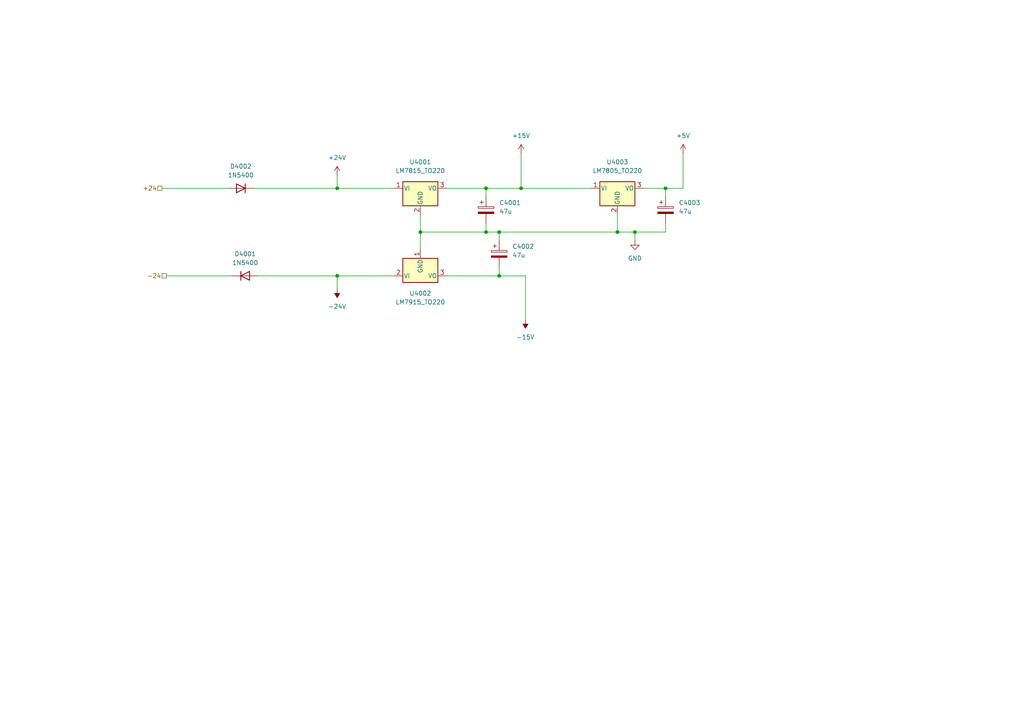
<source format=kicad_sch>
(kicad_sch (version 20231120) (generator "eeschema") (generator_version "8.0")
  (paper "A4")
  (lib_symbols
    (symbol "Device:C_Polarized" (pin_numbers hide) (pin_names (offset 0.254))
      (property "Reference" "C" (at 0.635 2.54 0))
      (property "Value" "C_Polarized" (at 0.635 -2.54 0))
      (symbol "C_Polarized_0_1"
        (rectangle (start -2.286 0.508) (end 2.286 1.016))
        (polyline (pts (xy -1.778 2.286) (xy -0.762 2.286)))
        (polyline (pts (xy -1.27 2.794) (xy -1.27 1.778)))
        (rectangle (start 2.286 -0.508) (end -2.286 -1.016) (fill (type outline)))
      )
      (symbol "C_Polarized_1_1"
        (pin passive line (at 0 3.81 270) (length 2.794) (name "~") (number "1"))
        (pin passive line (at 0 -3.81 90) (length 2.794) (name "~") (number "2"))
      )
    )
    (symbol "Diode:1N5400" (pin_numbers hide) (pin_names hide)
      (property "Reference" "D" (at 0 2.54 0))
      (property "Value" "1N5400" (at 0 -2.54 0))
      (symbol "1N5400_0_1"
        (polyline (pts (xy -1.27 1.27) (xy -1.27 -1.27)) (stroke (width 0.254)))
        (polyline (pts (xy 1.27 0) (xy -1.27 0)))
        (polyline (pts (xy 1.27 1.27) (xy 1.27 -1.27) (xy -1.27 0) (xy 1.27 1.27)) (stroke (width 0.254)))
      )
      (symbol "1N5400_1_1"
        (pin passive line (at -3.81 0 0) (length 2.54) (name "K") (number "1"))
        (pin passive line (at 3.81 0 180) (length 2.54) (name "A") (number "2"))
      )
    )
    (symbol "Regulator_Linear:LM7805_TO220" (pin_names (offset 0.254))
      (property "Reference" "U" (at -3.81 3.175 0))
      (property "Value" "LM7805_TO220" (at 0 3.175 0))
      (symbol "LM7805_TO220_0_1"
        (rectangle (start -5.08 1.905) (end 5.08 -5.08) (stroke (width 0.254)) (fill (type background)))
      )
      (symbol "LM7805_TO220_1_1"
        (pin power_in line (at -7.62 0 0) (length 2.54) (name "VI") (number "1"))
        (pin power_in line (at 0 -7.62 90) (length 2.54) (name "GND") (number "2"))
        (pin power_out line (at 7.62 0 180) (length 2.54) (name "VO") (number "3"))
      )
    )
    (symbol "Regulator_Linear:LM7815_TO220" (pin_names (offset 0.254))
      (property "Reference" "U" (at -3.81 3.175 0))
      (property "Value" "LM7815_TO220" (at 0 3.175 0))
      (symbol "LM7815_TO220_0_1"
        (rectangle (start -5.08 1.905) (end 5.08 -5.08) (stroke (width 0.254)) (fill (type background)))
      )
      (symbol "LM7815_TO220_1_1"
        (pin power_in line (at -7.62 0 0) (length 2.54) (name "VI") (number "1"))
        (pin power_in line (at 0 -7.62 90) (length 2.54) (name "GND") (number "2"))
        (pin power_out line (at 7.62 0 180) (length 2.54) (name "VO") (number "3"))
      )
    )
    (symbol "Regulator_Linear:LM7915_TO220" (pin_names (offset 0.254))
      (property "Reference" "U" (at -3.81 -3.175 0))
      (property "Value" "LM7915_TO220" (at 0 -3.175 0))
      (symbol "LM7915_TO220_0_1"
        (rectangle (start -5.08 5.08) (end 5.08 -1.905) (stroke (width 0.254)) (fill (type background)))
      )
      (symbol "LM7915_TO220_1_1"
        (pin power_in line (at 0 7.62 270) (length 2.54) (name "GND") (number "1"))
        (pin power_in line (at -7.62 0 0) (length 2.54) (name "VI") (number "2"))
        (pin power_out line (at 7.62 0 180) (length 2.54) (name "VO") (number "3"))
      )
    )
    (symbol "power:+15V" (power) (pin_names (offset 0))
      (property "Value" "+15V" (at 0 3.556 0))
      (symbol "+15V_0_1"
        (polyline (pts (xy -0.762 1.27) (xy 0 2.54)))
        (polyline (pts (xy 0 0) (xy 0 2.54)))
        (polyline (pts (xy 0 2.54) (xy 0.762 1.27)))
      )
      (symbol "+15V_1_1"
        (pin power_in line (at 0 0 90) (length 0) hide (name "+15V") (number "1"))
      )
    )
    (symbol "power:+24V" (power) (pin_names (offset 0))
      (property "Value" "+24V" (at 0 3.556 0))
      (symbol "+24V_0_1"
        (polyline (pts (xy -0.762 1.27) (xy 0 2.54)))
        (polyline (pts (xy 0 0) (xy 0 2.54)))
        (polyline (pts (xy 0 2.54) (xy 0.762 1.27)))
      )
      (symbol "+24V_1_1"
        (pin power_in line (at 0 0 90) (length 0) hide (name "+24V") (number "1"))
      )
    )
    (symbol "power:+5V" (power) (pin_names (offset 0))
      (property "Value" "+5V" (at 0 3.556 0))
      (symbol "+5V_0_1"
        (polyline (pts (xy -0.762 1.27) (xy 0 2.54)))
        (polyline (pts (xy 0 0) (xy 0 2.54)))
        (polyline (pts (xy 0 2.54) (xy 0.762 1.27)))
      )
      (symbol "+5V_1_1"
        (pin power_in line (at 0 0 90) (length 0) hide (name "+5V") (number "1"))
      )
    )
    (symbol "power:-15V" (power) (pin_names (offset 0))
      (property "Value" "-15V" (at 0 3.81 0))
      (symbol "-15V_0_0"
        (pin power_in line (at 0 0 90) (length 0) hide (name "-15V") (number "1"))
      )
      (symbol "-15V_0_1"
        (polyline (pts (xy 0 0) (xy 0 1.27) (xy 0.762 1.27) (xy 0 2.54) (xy -0.762 1.27) (xy 0 1.27)) (fill (type outline)))
      )
    )
    (symbol "power:-24V" (power) (pin_names (offset 0))
      (property "Value" "-24V" (at 0 3.81 0))
      (symbol "-24V_0_0"
        (pin power_in line (at 0 0 90) (length 0) hide (name "-24V") (number "1"))
      )
      (symbol "-24V_0_1"
        (polyline (pts (xy 0 0) (xy 0 1.27) (xy 0.762 1.27) (xy 0 2.54) (xy -0.762 1.27) (xy 0 1.27)) (fill (type outline)))
      )
    )
    (symbol "power:GND" (power) (pin_names (offset 0))
      (property "Value" "GND" (at 0 -3.81 0))
      (symbol "GND_0_1"
        (polyline (pts (xy 0 0) (xy 0 -1.27) (xy 1.27 -1.27) (xy 0 -2.54) (xy -1.27 -1.27) (xy 0 -1.27)))
      )
      (symbol "GND_1_1"
        (pin power_in line (at 0 0 270) (length 0) hide (name "GND") (number "1"))
      )
    )
  )
  (junction (at 193.04 54.61))
  (junction (at 184.15 67.31))
  (junction (at 140.97 54.61))
  (junction (at 144.78 80.01))
  (junction (at 144.78 67.31))
  (junction (at 97.79 54.61))
  (junction (at 97.79 80.01))
  (junction (at 140.97 67.31))
  (junction (at 151.13 54.61))
  (junction (at 121.92 67.31))
  (junction (at 179.07 67.31))
  (wire (pts (xy 151.13 54.61) (xy 171.45 54.61)))
  (wire (pts (xy 198.12 44.45) (xy 198.12 54.61)))
  (wire (pts (xy 140.97 54.61) (xy 140.97 57.15)))
  (wire (pts (xy 186.69 54.61) (xy 193.04 54.61)))
  (wire (pts (xy 184.15 67.31) (xy 193.04 67.31)))
  (wire (pts (xy 97.79 54.61) (xy 114.3 54.61)))
  (wire (pts (xy 97.79 80.01) (xy 114.3 80.01)))
  (wire (pts (xy 97.79 50.8) (xy 97.79 54.61)))
  (wire (pts (xy 48.26 80.01) (xy 67.31 80.01)))
  (wire (pts (xy 179.07 67.31) (xy 184.15 67.31)))
  (wire (pts (xy 184.15 67.31) (xy 184.15 69.85)))
  (wire (pts (xy 144.78 67.31) (xy 179.07 67.31)))
  (wire (pts (xy 144.78 67.31) (xy 144.78 69.85)))
  (wire (pts (xy 193.04 54.61) (xy 193.04 57.15)))
  (wire (pts (xy 140.97 64.77) (xy 140.97 67.31)))
  (wire (pts (xy 73.66 54.61) (xy 97.79 54.61)))
  (wire (pts (xy 74.93 80.01) (xy 97.79 80.01)))
  (wire (pts (xy 129.54 80.01) (xy 144.78 80.01)))
  (wire (pts (xy 193.04 54.61) (xy 198.12 54.61)))
  (wire (pts (xy 140.97 67.31) (xy 144.78 67.31)))
  (wire (pts (xy 151.13 44.45) (xy 151.13 54.61)))
  (wire (pts (xy 152.4 80.01) (xy 152.4 92.71)))
  (wire (pts (xy 193.04 67.31) (xy 193.04 64.77)))
  (wire (pts (xy 140.97 54.61) (xy 151.13 54.61)))
  (wire (pts (xy 121.92 67.31) (xy 121.92 72.39)))
  (wire (pts (xy 129.54 54.61) (xy 140.97 54.61)))
  (wire (pts (xy 97.79 80.01) (xy 97.79 83.82)))
  (wire (pts (xy 121.92 62.23) (xy 121.92 67.31)))
  (wire (pts (xy 144.78 80.01) (xy 152.4 80.01)))
  (wire (pts (xy 144.78 77.47) (xy 144.78 80.01)))
  (wire (pts (xy 179.07 62.23) (xy 179.07 67.31)))
  (wire (pts (xy 121.92 67.31) (xy 140.97 67.31)))
  (wire (pts (xy 46.99 54.61) (xy 66.04 54.61)))
  (hierarchical_label "-24" (shape passive) (at 48.26 80.01 180))
  (hierarchical_label "+24" (shape passive) (at 46.99 54.61 180))
  (symbol (lib_id "Regulator_Linear:LM7815_TO220") (at 121.92 54.61 0) (unit 1)
    (property "Reference" "U4001" (at 121.92 46.99 0))
    (property "Value" "LM7815_TO220" (at 121.92 49.53 0))
    (property "Footprint" "Package_TO_SOT_THT:TO-220-3_Vertical" (effects (hide yes)))
    (property "Datasheet" "https://www.onsemi.cn/PowerSolutions/document/MC7800-D.PDF" (effects (hide yes)))
  )
  (symbol (lib_id "Regulator_Linear:LM7915_TO220") (at 121.92 80.01 0) (unit 1)
    (property "Reference" "U4002" (at 121.92 85.09 0))
    (property "Value" "LM7915_TO220" (at 121.92 87.63 0))
    (property "Footprint" "Package_TO_SOT_THT:TO-220-3_Vertical" (effects (hide yes)))
    (property "Datasheet" "https://www.onsemi.com/pub/Collateral/MC7900-D.PDF" (effects (hide yes)))
  )
  (symbol (lib_id "Device:C_Polarized") (at 140.97 60.96 0) (unit 1)
    (property "Reference" "C4001" (at 144.78 58.8009 0) (effects (justify left)))
    (property "Value" "47u" (at 144.78 61.3409 0) (effects (justify left)))
    (property "Footprint" "Capacitor_THT:CP_Radial_D8.0mm_P3.80mm" (effects (hide yes)))
  )
  (symbol (lib_id "power:+5V") (at 198.12 44.45 0) (unit 1)
    (property "Reference" "#PWR0123" (effects (hide yes)))
    (property "Value" "+5V" (at 198.12 39.37 0))
  )
  (symbol (lib_id "power:GND") (at 184.15 69.85 0) (unit 1)
    (property "Reference" "#PWR0122" (effects (hide yes)))
    (property "Value" "GND" (at 184.15 74.93 0))
  )
  (symbol (lib_id "Regulator_Linear:LM7805_TO220") (at 179.07 54.61 0) (unit 1)
    (property "Reference" "U4003" (at 179.07 46.99 0))
    (property "Value" "LM7805_TO220" (at 179.07 49.53 0))
    (property "Footprint" "Package_TO_SOT_THT:TO-220-3_Vertical" (effects (hide yes)))
    (property "Datasheet" "https://www.onsemi.cn/PowerSolutions/document/MC7800-D.PDF" (effects (hide yes)))
  )
  (symbol (lib_id "power:+24V") (at 97.79 50.8 0) (unit 1)
    (property "Reference" "#PWR0118" (effects (hide yes)))
    (property "Value" "+24V" (at 97.79 45.72 0))
  )
  (symbol (lib_id "power:+15V") (at 151.13 44.45 0) (unit 1)
    (property "Reference" "#PWR0121" (effects (hide yes)))
    (property "Value" "+15V" (at 151.13 39.37 0))
  )
  (symbol (lib_id "power:-24V") (at 97.79 83.82 180) (unit 1)
    (property "Reference" "#PWR0120" (effects (hide yes)))
    (property "Value" "-24V" (at 97.79 88.9 0))
  )
  (symbol (lib_id "Device:C_Polarized") (at 144.78 73.66 0) (unit 1)
    (property "Reference" "C4002" (at 148.59 71.5009 0) (effects (justify left)))
    (property "Value" "47u" (at 148.59 74.0409 0) (effects (justify left)))
    (property "Footprint" "Capacitor_THT:CP_Radial_D8.0mm_P3.80mm" (effects (hide yes)))
  )
  (symbol (lib_id "Diode:1N5400") (at 69.85 54.61 180) (unit 1)
    (property "Reference" "D4002" (at 69.85 48.26 0))
    (property "Value" "1N5400" (at 69.85 50.8 0))
    (property "Footprint" "Diode_THT:D_DO-201AD_P15.24mm_Horizontal" (effects (hide yes)))
    (property "Datasheet" "http://www.vishay.com/docs/88516/1n5400.pdf" (effects (hide yes)))
    (property "Sim.Device" "D" (effects (hide yes)))
    (property "Sim.Pins" "1=K 2=A" (effects (hide yes)))
  )
  (symbol (lib_id "Diode:1N5400") (at 71.12 80.01 0) (unit 1)
    (property "Reference" "D4001" (at 71.12 73.66 0))
    (property "Value" "1N5400" (at 71.12 76.2 0))
    (property "Footprint" "Diode_THT:D_DO-201AD_P15.24mm_Horizontal" (effects (hide yes)))
    (property "Datasheet" "http://www.vishay.com/docs/88516/1n5400.pdf" (effects (hide yes)))
    (property "Sim.Device" "D" (effects (hide yes)))
    (property "Sim.Pins" "1=K 2=A" (effects (hide yes)))
  )
  (symbol (lib_id "power:-15V") (at 152.4 92.71 180) (unit 1)
    (property "Reference" "#PWR0119" (effects (hide yes)))
    (property "Value" "-15V" (at 152.4 97.79 0))
  )
  (symbol (lib_id "Device:C_Polarized") (at 193.04 60.96 0) (unit 1)
    (property "Reference" "C4003" (at 196.85 58.8009 0) (effects (justify left)))
    (property "Value" "47u" (at 196.85 61.3409 0) (effects (justify left)))
    (property "Footprint" "Capacitor_THT:CP_Radial_D8.0mm_P3.80mm" (effects (hide yes)))
  )
)
</source>
